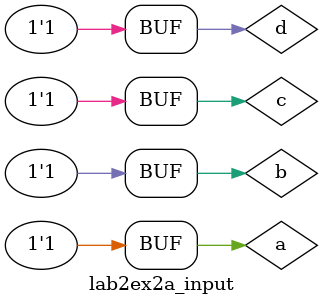
<source format=v>
`timescale 1ns/1ns
`include "lab2ex2a.v"

module lab2ex2a_input();
reg a,b,c,d;
wire f1,f2;
lab2ex2a uut(a,b,c,d,f1,f2);
initial begin

	$dumpfile("lab2ex2a_input.vcd");
	$dumpvars(0, lab2ex2a_input);
	a=0;b=0;c=0;d=0;
	#20;
	a=0;b=0;c=0;d=1;
	#20;
	a=0;b=0;c=1;d=0;
	#20;
	a=0;b=0;c=1;d=1;
	#20;
	a=0;b=1;c=0;d=0;
	#20;
	a=0;b=1;c=0;d=1;
	#20;
	a=0;b=1;c=1;d=0;
	#20;
	a=0;b=1;c=1;d=1;
	#20;
	a=1;b=0;c=0;d=0;
	#20;
	a=1;b=0;c=0;d=1;
	#20;
	a=1;b=0;c=1;d=0;
	#20;
	a=1;b=0;c=1;d=1;
	#20;
	a=1;b=1;c=0;d=0;
	#20;
	a=1;b=1;c=0;d=1;
	#20;
	a=1;b=1;c=1;d=0;
	#20;
	a=1;b=1;c=1;d=1;
	#20;
	$display("Test Complete");
end
endmodule
</source>
